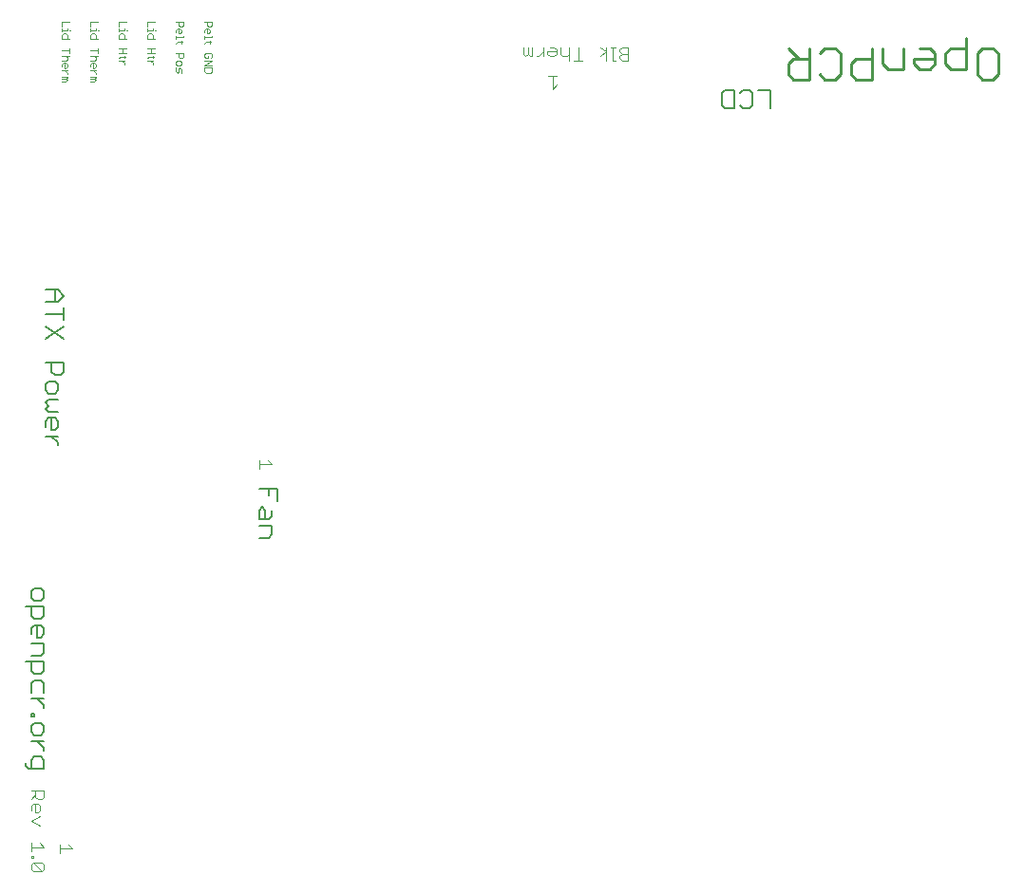
<source format=gto>
G75*
G70*
%OFA0B0*%
%FSLAX24Y24*%
%IPPOS*%
%LPD*%
%AMOC8*
5,1,8,0,0,1.08239X$1,22.5*
%
%ADD10C,0.0060*%
%ADD11C,0.0040*%
%ADD12C,0.0100*%
%ADD13C,0.0020*%
D10*
X000524Y012341D02*
X001058Y012341D01*
X001058Y012661D01*
X000951Y012768D01*
X000738Y012768D01*
X000631Y012661D01*
X000631Y012341D01*
X000524Y012341D02*
X000417Y012448D01*
X000417Y012555D01*
X001058Y012985D02*
X001058Y013092D01*
X000844Y013305D01*
X000631Y013305D02*
X001058Y013305D01*
X000951Y013523D02*
X001058Y013630D01*
X001058Y013843D01*
X000951Y013950D01*
X000738Y013950D01*
X000631Y013843D01*
X000631Y013630D01*
X000738Y013523D01*
X000951Y013523D01*
X000738Y014165D02*
X000631Y014165D01*
X000631Y014272D01*
X000738Y014272D01*
X000738Y014165D01*
X001058Y014489D02*
X001058Y014596D01*
X000844Y014809D01*
X000631Y014809D02*
X001058Y014809D01*
X001058Y015027D02*
X001058Y015347D01*
X000951Y015454D01*
X000738Y015454D01*
X000631Y015347D01*
X000631Y015027D01*
X000738Y015671D02*
X000631Y015778D01*
X000631Y016098D01*
X000417Y016098D02*
X001058Y016098D01*
X001058Y015778D01*
X000951Y015671D01*
X000738Y015671D01*
X000631Y016316D02*
X000951Y016316D01*
X001058Y016422D01*
X001058Y016743D01*
X000631Y016743D01*
X000844Y016960D02*
X000844Y017387D01*
X000738Y017387D02*
X000951Y017387D01*
X001058Y017281D01*
X001058Y017067D01*
X000951Y016960D01*
X000844Y016960D01*
X000631Y017067D02*
X000631Y017281D01*
X000738Y017387D01*
X000738Y017605D02*
X000631Y017712D01*
X000631Y018032D01*
X000417Y018032D02*
X001058Y018032D01*
X001058Y017712D01*
X000951Y017605D01*
X000738Y017605D01*
X000738Y018249D02*
X000951Y018249D01*
X001058Y018356D01*
X001058Y018570D01*
X000951Y018676D01*
X000738Y018676D01*
X000631Y018570D01*
X000631Y018356D01*
X000738Y018249D01*
X001558Y023700D02*
X001558Y023807D01*
X001344Y024020D01*
X001131Y024020D02*
X001558Y024020D01*
X001451Y024238D02*
X001344Y024238D01*
X001344Y024665D01*
X001238Y024665D02*
X001451Y024665D01*
X001558Y024558D01*
X001558Y024344D01*
X001451Y024238D01*
X001131Y024344D02*
X001131Y024558D01*
X001238Y024665D01*
X001238Y024882D02*
X001558Y024882D01*
X001238Y024882D02*
X001131Y024989D01*
X001238Y025096D01*
X001131Y025202D01*
X001238Y025309D01*
X001558Y025309D01*
X001451Y025527D02*
X001558Y025633D01*
X001558Y025847D01*
X001451Y025954D01*
X001238Y025954D01*
X001131Y025847D01*
X001131Y025633D01*
X001238Y025527D01*
X001451Y025527D01*
X001451Y026171D02*
X001344Y026278D01*
X001344Y026598D01*
X001131Y026598D02*
X001771Y026598D01*
X001771Y026278D01*
X001665Y026171D01*
X001451Y026171D01*
X001131Y027460D02*
X001771Y027887D01*
X001771Y028105D02*
X001771Y028532D01*
X001771Y028318D02*
X001131Y028318D01*
X001131Y027887D02*
X001771Y027460D01*
X001558Y028749D02*
X001131Y028749D01*
X001451Y028749D02*
X001451Y029176D01*
X001558Y029176D02*
X001771Y028963D01*
X001558Y028749D01*
X001558Y029176D02*
X001131Y029176D01*
X008631Y022176D02*
X009271Y022176D01*
X009271Y021749D01*
X008951Y021963D02*
X008951Y022176D01*
X008738Y021532D02*
X008844Y021425D01*
X008844Y021105D01*
X008951Y021105D02*
X008631Y021105D01*
X008631Y021425D01*
X008738Y021532D01*
X009058Y021425D02*
X009058Y021212D01*
X008951Y021105D01*
X009058Y020887D02*
X008631Y020887D01*
X008631Y020460D02*
X008951Y020460D01*
X009058Y020567D01*
X009058Y020887D01*
X024855Y035643D02*
X024961Y035536D01*
X025282Y035536D01*
X025282Y036176D01*
X024961Y036176D01*
X024855Y036070D01*
X024855Y035643D01*
X025499Y035643D02*
X025606Y035536D01*
X025820Y035536D01*
X025926Y035643D01*
X025926Y036070D01*
X025820Y036176D01*
X025606Y036176D01*
X025499Y036070D01*
X026144Y036176D02*
X026571Y036176D01*
X026571Y035536D01*
D11*
X000621Y008824D02*
X000697Y008747D01*
X001004Y008747D01*
X000697Y009054D01*
X000621Y008978D01*
X000621Y008824D01*
X000697Y009054D02*
X001004Y009054D01*
X001081Y008978D01*
X001081Y008824D01*
X001004Y008747D01*
X000697Y009208D02*
X000621Y009208D01*
X000621Y009285D01*
X000697Y009285D01*
X000697Y009208D01*
X000621Y009438D02*
X000621Y009745D01*
X000621Y009591D02*
X001081Y009591D01*
X000928Y009745D01*
X000928Y010359D02*
X000621Y010512D01*
X000928Y010666D01*
X000851Y010819D02*
X000774Y010819D01*
X000774Y011126D01*
X000697Y011126D02*
X000851Y011126D01*
X000928Y011049D01*
X000928Y010896D01*
X000851Y010819D01*
X000621Y010896D02*
X000621Y011049D01*
X000697Y011126D01*
X000621Y011279D02*
X000774Y011433D01*
X000774Y011356D02*
X000774Y011586D01*
X000621Y011586D02*
X001081Y011586D01*
X001081Y011356D01*
X001004Y011279D01*
X000851Y011279D01*
X000774Y011356D01*
X001621Y009686D02*
X001621Y009379D01*
X001621Y009686D01*
X001621Y009533D02*
X002081Y009533D01*
X001928Y009686D01*
X002081Y009533D01*
X001621Y009533D01*
X008621Y022879D02*
X008621Y023186D01*
X008621Y023033D02*
X009081Y023033D01*
X008928Y023186D01*
X018927Y036226D02*
X018927Y036686D01*
X018774Y036686D02*
X019081Y036686D01*
X019081Y036379D02*
X018927Y036226D01*
X019509Y037226D02*
X019509Y037686D01*
X019509Y037456D02*
X019433Y037379D01*
X019279Y037379D01*
X019202Y037456D01*
X019202Y037686D01*
X019049Y037610D02*
X019049Y037456D01*
X018972Y037379D01*
X018819Y037379D01*
X018742Y037456D01*
X018742Y037533D01*
X019049Y037533D01*
X019049Y037610D02*
X018972Y037686D01*
X018819Y037686D01*
X018589Y037686D02*
X018589Y037379D01*
X018589Y037533D02*
X018435Y037379D01*
X018358Y037379D01*
X018205Y037379D02*
X018128Y037379D01*
X018051Y037456D01*
X017975Y037379D01*
X017898Y037456D01*
X017898Y037686D01*
X018051Y037686D02*
X018051Y037456D01*
X018205Y037379D02*
X018205Y037686D01*
X019663Y037226D02*
X019970Y037226D01*
X019816Y037226D02*
X019816Y037686D01*
X020583Y037686D02*
X020814Y037533D01*
X020583Y037379D01*
X020814Y037226D02*
X020814Y037686D01*
X020967Y037686D02*
X021120Y037686D01*
X021044Y037686D02*
X021044Y037226D01*
X021120Y037226D01*
X021274Y037303D02*
X021274Y037379D01*
X021351Y037456D01*
X021581Y037456D01*
X021581Y037686D02*
X021581Y037226D01*
X021351Y037226D01*
X021274Y037303D01*
X021351Y037456D02*
X021274Y037533D01*
X021274Y037610D01*
X021351Y037686D01*
X021581Y037686D01*
D12*
X027187Y037656D02*
X027554Y037289D01*
X027371Y037289D02*
X027921Y037289D01*
X027921Y037656D02*
X027921Y036555D01*
X027371Y036555D01*
X027187Y036739D01*
X027187Y037106D01*
X027371Y037289D01*
X028292Y037473D02*
X028476Y037656D01*
X028843Y037656D01*
X029026Y037473D01*
X029026Y036739D01*
X028843Y036555D01*
X028476Y036555D01*
X028292Y036739D01*
X029397Y036739D02*
X029397Y037106D01*
X029581Y037289D01*
X030131Y037289D01*
X030131Y037656D02*
X030131Y036555D01*
X029581Y036555D01*
X029397Y036739D01*
X030502Y037106D02*
X030502Y037656D01*
X030502Y037106D02*
X030686Y036922D01*
X031236Y036922D01*
X031236Y037656D01*
X031607Y037289D02*
X032341Y037289D01*
X032341Y037106D02*
X032157Y036922D01*
X031791Y036922D01*
X031607Y037106D01*
X031607Y037289D01*
X031791Y037656D02*
X032157Y037656D01*
X032341Y037473D01*
X032341Y037106D01*
X032712Y037106D02*
X032712Y037473D01*
X032895Y037656D01*
X033446Y037656D01*
X033446Y038023D02*
X033446Y036922D01*
X032895Y036922D01*
X032712Y037106D01*
X033817Y037473D02*
X033817Y036739D01*
X034000Y036555D01*
X034367Y036555D01*
X034551Y036739D01*
X034551Y037473D01*
X034367Y037656D01*
X034000Y037656D01*
X033817Y037473D01*
D13*
X006971Y037349D02*
X006971Y037436D01*
X006928Y037479D01*
X006754Y037479D01*
X006711Y037436D01*
X006711Y037349D01*
X006754Y037306D01*
X006841Y037306D01*
X006841Y037392D01*
X006928Y037306D02*
X006971Y037349D01*
X006971Y037221D02*
X006711Y037048D01*
X006971Y037048D01*
X006971Y036964D02*
X006711Y036964D01*
X006711Y036834D01*
X006754Y036790D01*
X006928Y036790D01*
X006971Y036834D01*
X006971Y036964D01*
X006971Y037221D02*
X006711Y037221D01*
X006711Y037822D02*
X006754Y037866D01*
X006928Y037866D01*
X006884Y037909D02*
X006884Y037822D01*
X006971Y038037D02*
X006711Y038037D01*
X006711Y037994D02*
X006711Y038081D01*
X006798Y038165D02*
X006798Y038339D01*
X006841Y038339D02*
X006884Y038295D01*
X006884Y038208D01*
X006841Y038165D01*
X006798Y038165D01*
X006711Y038208D02*
X006711Y038295D01*
X006754Y038339D01*
X006841Y038339D01*
X006841Y038423D02*
X006798Y038466D01*
X006798Y038596D01*
X006711Y038596D02*
X006971Y038596D01*
X006971Y038466D01*
X006928Y038423D01*
X006841Y038423D01*
X006971Y038081D02*
X006971Y038037D01*
X005971Y038037D02*
X005711Y038037D01*
X005711Y037994D02*
X005711Y038081D01*
X005798Y038165D02*
X005798Y038339D01*
X005841Y038339D02*
X005884Y038295D01*
X005884Y038208D01*
X005841Y038165D01*
X005798Y038165D01*
X005711Y038208D02*
X005711Y038295D01*
X005754Y038339D01*
X005841Y038339D01*
X005841Y038423D02*
X005798Y038466D01*
X005798Y038596D01*
X005711Y038596D02*
X005971Y038596D01*
X005971Y038466D01*
X005928Y038423D01*
X005841Y038423D01*
X005971Y038081D02*
X005971Y038037D01*
X005884Y037909D02*
X005884Y037822D01*
X005928Y037866D02*
X005754Y037866D01*
X005711Y037822D01*
X005711Y037479D02*
X005971Y037479D01*
X005971Y037349D01*
X005928Y037306D01*
X005841Y037306D01*
X005798Y037349D01*
X005798Y037479D01*
X005841Y037221D02*
X005754Y037221D01*
X005711Y037178D01*
X005711Y037091D01*
X005754Y037048D01*
X005841Y037048D01*
X005884Y037091D01*
X005884Y037178D01*
X005841Y037221D01*
X005841Y036964D02*
X005884Y036920D01*
X005884Y036790D01*
X005798Y036834D02*
X005798Y036920D01*
X005841Y036964D01*
X005711Y036964D02*
X005711Y036834D01*
X005754Y036790D01*
X005798Y036834D01*
X004884Y037091D02*
X004884Y037135D01*
X004798Y037221D01*
X004884Y037221D02*
X004711Y037221D01*
X004711Y037307D02*
X004754Y037350D01*
X004928Y037350D01*
X004884Y037393D02*
X004884Y037307D01*
X004841Y037478D02*
X004841Y037651D01*
X004711Y037651D02*
X004971Y037651D01*
X004971Y037478D02*
X004711Y037478D01*
X004711Y037993D02*
X004711Y038123D01*
X004754Y038167D01*
X004841Y038167D01*
X004884Y038123D01*
X004884Y037993D01*
X004971Y037993D02*
X004711Y037993D01*
X004711Y038252D02*
X004711Y038339D01*
X004711Y038295D02*
X004884Y038295D01*
X004884Y038339D01*
X004971Y038295D02*
X005014Y038295D01*
X004971Y038596D02*
X004711Y038596D01*
X004711Y038423D01*
X004014Y038295D02*
X003971Y038295D01*
X003884Y038295D02*
X003711Y038295D01*
X003711Y038252D02*
X003711Y038339D01*
X003711Y038423D02*
X003711Y038596D01*
X003971Y038596D01*
X003884Y038339D02*
X003884Y038295D01*
X003841Y038167D02*
X003884Y038123D01*
X003884Y037993D01*
X003971Y037993D02*
X003711Y037993D01*
X003711Y038123D01*
X003754Y038167D01*
X003841Y038167D01*
X003841Y037651D02*
X003841Y037478D01*
X003884Y037393D02*
X003884Y037307D01*
X003928Y037350D02*
X003754Y037350D01*
X003711Y037307D01*
X003711Y037221D02*
X003884Y037221D01*
X003884Y037135D02*
X003884Y037091D01*
X003884Y037135D02*
X003798Y037221D01*
X003711Y037478D02*
X003971Y037478D01*
X003971Y037651D02*
X003711Y037651D01*
X002971Y037651D02*
X002971Y037478D01*
X002971Y037393D02*
X002711Y037393D01*
X002841Y037393D02*
X002884Y037350D01*
X002884Y037263D01*
X002841Y037220D01*
X002711Y037220D01*
X002754Y037135D02*
X002841Y037135D01*
X002884Y037092D01*
X002884Y037005D01*
X002841Y036962D01*
X002798Y036962D01*
X002798Y037135D01*
X002754Y037135D02*
X002711Y037092D01*
X002711Y037005D01*
X002711Y036878D02*
X002884Y036878D01*
X002798Y036878D02*
X002884Y036791D01*
X002884Y036748D01*
X002884Y036663D02*
X002884Y036619D01*
X002841Y036576D01*
X002884Y036533D01*
X002841Y036489D01*
X002711Y036489D01*
X002711Y036576D02*
X002841Y036576D01*
X002884Y036663D02*
X002711Y036663D01*
X001884Y036663D02*
X001884Y036619D01*
X001841Y036576D01*
X001884Y036533D01*
X001841Y036489D01*
X001711Y036489D01*
X001711Y036576D02*
X001841Y036576D01*
X001884Y036663D02*
X001711Y036663D01*
X001884Y036748D02*
X001884Y036791D01*
X001798Y036878D01*
X001798Y036962D02*
X001798Y037135D01*
X001841Y037135D02*
X001884Y037092D01*
X001884Y037005D01*
X001841Y036962D01*
X001798Y036962D01*
X001711Y037005D02*
X001711Y037092D01*
X001754Y037135D01*
X001841Y037135D01*
X001841Y037220D02*
X001711Y037220D01*
X001841Y037220D02*
X001884Y037263D01*
X001884Y037350D01*
X001841Y037393D01*
X001971Y037393D02*
X001711Y037393D01*
X001711Y037564D02*
X001971Y037564D01*
X001971Y037478D02*
X001971Y037651D01*
X001971Y037993D02*
X001711Y037993D01*
X001711Y038123D01*
X001754Y038167D01*
X001841Y038167D01*
X001884Y038123D01*
X001884Y037993D01*
X001884Y038295D02*
X001711Y038295D01*
X001711Y038252D02*
X001711Y038339D01*
X001711Y038423D02*
X001711Y038596D01*
X001971Y038596D01*
X001884Y038339D02*
X001884Y038295D01*
X001971Y038295D02*
X002014Y038295D01*
X002711Y038295D02*
X002884Y038295D01*
X002884Y038339D01*
X002971Y038295D02*
X003014Y038295D01*
X002884Y038123D02*
X002884Y037993D01*
X002971Y037993D02*
X002711Y037993D01*
X002711Y038123D01*
X002754Y038167D01*
X002841Y038167D01*
X002884Y038123D01*
X002711Y038252D02*
X002711Y038339D01*
X002711Y038423D02*
X002711Y038596D01*
X002971Y038596D01*
X002971Y037564D02*
X002711Y037564D01*
X001884Y036878D02*
X001711Y036878D01*
M02*

</source>
